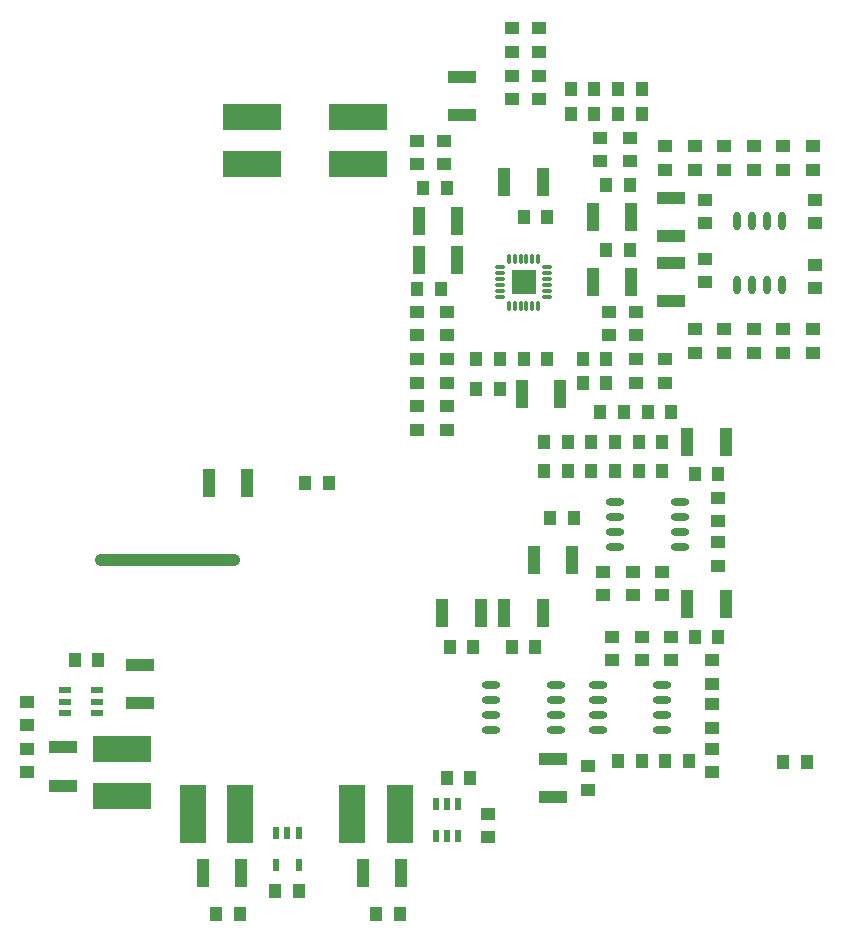
<source format=gtp>
G04*
G04 #@! TF.GenerationSoftware,Altium Limited,Altium Designer,21.3.2 (30)*
G04*
G04 Layer_Color=8421504*
%FSLAX44Y44*%
%MOMM*%
G71*
G04*
G04 #@! TF.SameCoordinates,5F18C444-2927-46CB-AB6B-11653520DC00*
G04*
G04*
G04 #@! TF.FilePolarity,Positive*
G04*
G01*
G75*
%ADD13O,1.5500X0.6000*%
%ADD14O,0.6000X1.5500*%
%ADD15R,1.0000X1.2500*%
%ADD16R,1.0000X2.4000*%
%ADD17R,2.0000X2.0000*%
%ADD18O,1.0000X0.3000*%
%ADD19O,0.3000X1.0000*%
%ADD20R,0.6000X1.0000*%
%ADD21R,2.2000X5.0000*%
%ADD22R,5.0000X2.2000*%
%ADD23R,2.4000X1.0000*%
%ADD24R,1.2500X1.0000*%
%ADD25R,1.0000X0.6000*%
%ADD26C,1.0000*%
D13*
X568250Y331950D02*
D03*
Y344650D02*
D03*
Y357350D02*
D03*
Y370050D02*
D03*
X513750D02*
D03*
Y357350D02*
D03*
Y344650D02*
D03*
Y331950D02*
D03*
X408750Y215050D02*
D03*
Y202350D02*
D03*
Y189650D02*
D03*
Y176950D02*
D03*
X463250D02*
D03*
Y189650D02*
D03*
Y202350D02*
D03*
Y215050D02*
D03*
X553250Y176950D02*
D03*
Y189650D02*
D03*
Y202350D02*
D03*
Y215050D02*
D03*
X498750D02*
D03*
Y202350D02*
D03*
Y189650D02*
D03*
Y176950D02*
D03*
D14*
X616950Y553750D02*
D03*
X629650D02*
D03*
X642350D02*
D03*
X655050D02*
D03*
Y608250D02*
D03*
X642350D02*
D03*
X629650D02*
D03*
X616950D02*
D03*
D15*
X473500Y421000D02*
D03*
X453500D02*
D03*
X676000Y150000D02*
D03*
X656000D02*
D03*
X453500Y396000D02*
D03*
X473500D02*
D03*
X541000Y446000D02*
D03*
X561000D02*
D03*
X486000Y471000D02*
D03*
X506000D02*
D03*
X456000Y611000D02*
D03*
X436000D02*
D03*
X506000Y491000D02*
D03*
X486000D02*
D03*
X371000Y636000D02*
D03*
X351000D02*
D03*
X176000Y21000D02*
D03*
X196000D02*
D03*
X246000Y41000D02*
D03*
X226000D02*
D03*
X76000Y236000D02*
D03*
X56000D02*
D03*
X331000Y21000D02*
D03*
X311000D02*
D03*
X391000Y136000D02*
D03*
X371000D02*
D03*
X373500Y247000D02*
D03*
X393500D02*
D03*
X426000D02*
D03*
X446000D02*
D03*
X251000Y386000D02*
D03*
X271000D02*
D03*
X366000Y550000D02*
D03*
X346000D02*
D03*
X396000Y466000D02*
D03*
X416000D02*
D03*
X396000Y491000D02*
D03*
X416000D02*
D03*
X436000D02*
D03*
X456000D02*
D03*
X516000Y151000D02*
D03*
X536000D02*
D03*
X478500Y356000D02*
D03*
X458500D02*
D03*
X556000Y151000D02*
D03*
X576000D02*
D03*
X581000Y256000D02*
D03*
X601000D02*
D03*
X513500Y396000D02*
D03*
X493500D02*
D03*
X553500D02*
D03*
X533500D02*
D03*
X513500Y421000D02*
D03*
X493500D02*
D03*
X553500D02*
D03*
X533500D02*
D03*
X501000Y446000D02*
D03*
X521000D02*
D03*
X581000Y393500D02*
D03*
X601000D02*
D03*
X506000Y583500D02*
D03*
X526000D02*
D03*
Y638500D02*
D03*
X506000D02*
D03*
X476000Y698500D02*
D03*
X496000D02*
D03*
X476000Y720000D02*
D03*
X496000D02*
D03*
X516000D02*
D03*
X536000D02*
D03*
X516000Y698500D02*
D03*
X536000D02*
D03*
D16*
X494793Y556000D02*
D03*
X527207D02*
D03*
X164793Y56000D02*
D03*
X197207D02*
D03*
X332206D02*
D03*
X299793D02*
D03*
X169793Y386000D02*
D03*
X202207D02*
D03*
X367293Y276000D02*
D03*
X399707D02*
D03*
X452207D02*
D03*
X419793D02*
D03*
X477207Y321000D02*
D03*
X444793D02*
D03*
X434794Y461000D02*
D03*
X467207D02*
D03*
X574794Y283500D02*
D03*
X607207D02*
D03*
X574794Y421000D02*
D03*
X607207D02*
D03*
X379707Y575000D02*
D03*
X347294D02*
D03*
X419793Y641000D02*
D03*
X452206D02*
D03*
X494793Y611000D02*
D03*
X527207D02*
D03*
X379707Y608000D02*
D03*
X347293D02*
D03*
D17*
X436000Y556000D02*
D03*
D18*
X416000Y543500D02*
D03*
Y548500D02*
D03*
Y553500D02*
D03*
Y558500D02*
D03*
Y563500D02*
D03*
Y568500D02*
D03*
X456000D02*
D03*
Y563500D02*
D03*
Y558500D02*
D03*
Y553500D02*
D03*
Y548500D02*
D03*
Y543500D02*
D03*
D19*
X423500Y576000D02*
D03*
X428500D02*
D03*
X433500D02*
D03*
X438500D02*
D03*
X443500D02*
D03*
X448500D02*
D03*
Y536000D02*
D03*
X443500D02*
D03*
X438500D02*
D03*
X433500D02*
D03*
X428500D02*
D03*
X423500D02*
D03*
D20*
X245500Y89500D02*
D03*
X236000D02*
D03*
X226500D02*
D03*
Y62500D02*
D03*
X245500D02*
D03*
X371000Y87500D02*
D03*
X380500D02*
D03*
Y114500D02*
D03*
X361500D02*
D03*
X371000D02*
D03*
X361500Y87500D02*
D03*
D21*
X196000Y106000D02*
D03*
X156000D02*
D03*
X331000D02*
D03*
X291000D02*
D03*
D22*
X96000Y161000D02*
D03*
Y121000D02*
D03*
X206000Y696000D02*
D03*
Y656000D02*
D03*
X296000Y696000D02*
D03*
Y656000D02*
D03*
D23*
X46000Y162206D02*
D03*
Y129793D02*
D03*
X111000Y232206D02*
D03*
Y199793D02*
D03*
X461000Y152207D02*
D03*
Y119794D02*
D03*
X561000Y539794D02*
D03*
Y572207D02*
D03*
X383500Y697293D02*
D03*
Y729707D02*
D03*
X561000Y627207D02*
D03*
Y594794D02*
D03*
D24*
X16000Y161000D02*
D03*
Y141000D02*
D03*
Y181000D02*
D03*
Y201000D02*
D03*
X406000Y106000D02*
D03*
Y86000D02*
D03*
X346000Y431000D02*
D03*
Y451000D02*
D03*
Y491000D02*
D03*
Y471000D02*
D03*
Y531000D02*
D03*
Y511000D02*
D03*
X371000Y431000D02*
D03*
Y451000D02*
D03*
Y491000D02*
D03*
Y471000D02*
D03*
Y531000D02*
D03*
Y511000D02*
D03*
X491000Y146000D02*
D03*
Y126000D02*
D03*
X511000Y236000D02*
D03*
Y256000D02*
D03*
X536000Y236000D02*
D03*
Y256000D02*
D03*
X503500Y311000D02*
D03*
Y291000D02*
D03*
X528500Y311000D02*
D03*
Y291000D02*
D03*
X596000Y141000D02*
D03*
Y161000D02*
D03*
Y198500D02*
D03*
Y178500D02*
D03*
Y216000D02*
D03*
Y236000D02*
D03*
X561000Y236000D02*
D03*
Y256000D02*
D03*
X553500Y311000D02*
D03*
Y291000D02*
D03*
X601000Y316000D02*
D03*
Y336000D02*
D03*
Y353500D02*
D03*
Y373500D02*
D03*
X531000Y491000D02*
D03*
Y471000D02*
D03*
X508000Y531000D02*
D03*
Y511000D02*
D03*
X531000D02*
D03*
Y531000D02*
D03*
X556000Y491000D02*
D03*
Y471000D02*
D03*
X681000Y496000D02*
D03*
Y516000D02*
D03*
X606000D02*
D03*
Y496000D02*
D03*
X581000D02*
D03*
Y516000D02*
D03*
X631000D02*
D03*
Y496000D02*
D03*
X656000D02*
D03*
Y516000D02*
D03*
X683000Y551000D02*
D03*
Y571000D02*
D03*
X590000Y556000D02*
D03*
Y576000D02*
D03*
X346000Y676000D02*
D03*
Y656000D02*
D03*
X368500D02*
D03*
Y676000D02*
D03*
X426000Y711000D02*
D03*
Y731000D02*
D03*
Y751000D02*
D03*
Y771000D02*
D03*
X449000Y711000D02*
D03*
Y731000D02*
D03*
Y751000D02*
D03*
Y771000D02*
D03*
X501000Y658500D02*
D03*
Y678500D02*
D03*
X526000D02*
D03*
Y658500D02*
D03*
X556000Y651000D02*
D03*
Y671000D02*
D03*
X581000Y651000D02*
D03*
Y671000D02*
D03*
X590000Y626000D02*
D03*
Y606000D02*
D03*
X606000Y651000D02*
D03*
Y671000D02*
D03*
X631000Y651000D02*
D03*
Y671000D02*
D03*
X656000Y651000D02*
D03*
Y671000D02*
D03*
X683000Y626000D02*
D03*
Y606000D02*
D03*
X681000Y651000D02*
D03*
Y671000D02*
D03*
D25*
X74500Y191500D02*
D03*
Y201000D02*
D03*
Y210500D02*
D03*
X47500D02*
D03*
Y191500D02*
D03*
Y201000D02*
D03*
D26*
X78400Y320600D02*
X191000D01*
M02*

</source>
